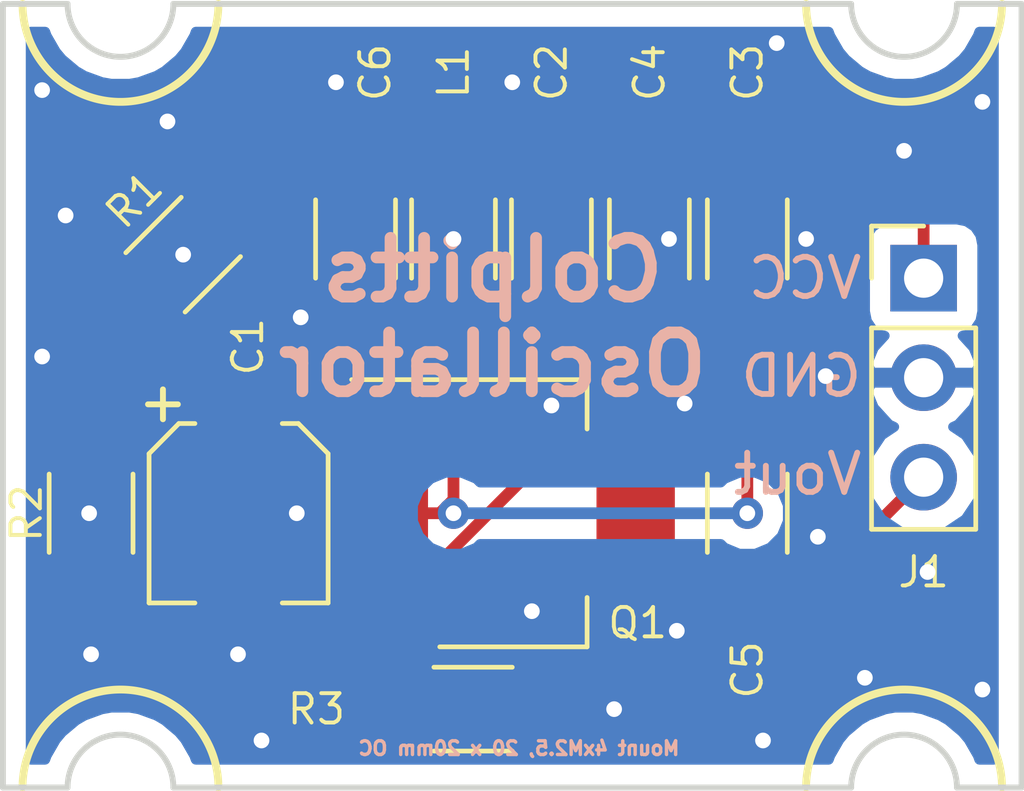
<source format=kicad_pcb>
(kicad_pcb (version 20171130) (host pcbnew "(5.0.0-3-g5ebb6b6)")

  (general
    (thickness 1.6)
    (drawings 22)
    (tracks 73)
    (zones 0)
    (modules 12)
    (nets 8)
  )

  (page A4)
  (layers
    (0 F.Cu signal)
    (31 B.Cu signal)
    (32 B.Adhes user)
    (33 F.Adhes user)
    (34 B.Paste user)
    (35 F.Paste user)
    (36 B.SilkS user)
    (37 F.SilkS user)
    (38 B.Mask user)
    (39 F.Mask user)
    (40 Dwgs.User user)
    (41 Cmts.User user)
    (42 Eco1.User user)
    (43 Eco2.User user)
    (44 Edge.Cuts user)
    (45 Margin user)
    (46 B.CrtYd user)
    (47 F.CrtYd user)
    (48 B.Fab user)
    (49 F.Fab user)
  )

  (setup
    (last_trace_width 0.3)
    (trace_clearance 0.3)
    (zone_clearance 0.508)
    (zone_45_only no)
    (trace_min 0.2)
    (segment_width 0.2)
    (edge_width 0.15)
    (via_size 0.8)
    (via_drill 0.4)
    (via_min_size 0.4)
    (via_min_drill 0.3)
    (uvia_size 0.3)
    (uvia_drill 0.1)
    (uvias_allowed no)
    (uvia_min_size 0.2)
    (uvia_min_drill 0.1)
    (pcb_text_width 0.3)
    (pcb_text_size 1.5 1.5)
    (mod_edge_width 0.15)
    (mod_text_size 1 1)
    (mod_text_width 0.15)
    (pad_size 1.524 1.524)
    (pad_drill 0.762)
    (pad_to_mask_clearance 0.2)
    (aux_axis_origin 0 0)
    (visible_elements FFFFFF7F)
    (pcbplotparams
      (layerselection 0x010fc_ffffffff)
      (usegerberextensions false)
      (usegerberattributes false)
      (usegerberadvancedattributes false)
      (creategerberjobfile false)
      (excludeedgelayer true)
      (linewidth 0.100000)
      (plotframeref false)
      (viasonmask false)
      (mode 1)
      (useauxorigin false)
      (hpglpennumber 1)
      (hpglpenspeed 20)
      (hpglpendiameter 15.000000)
      (psnegative false)
      (psa4output false)
      (plotreference true)
      (plotvalue true)
      (plotinvisibletext false)
      (padsonsilk false)
      (subtractmaskfromsilk false)
      (outputformat 4)
      (mirror false)
      (drillshape 0)
      (scaleselection 1)
      (outputdirectory "./"))
  )

  (net 0 "")
  (net 1 "Net-(C1-Pad2)")
  (net 2 "Net-(C1-Pad1)")
  (net 3 "Net-(C2-Pad1)")
  (net 4 "Net-(C2-Pad2)")
  (net 5 "Net-(C3-Pad1)")
  (net 6 "Net-(C4-Pad1)")
  (net 7 "Net-(C5-Pad1)")

  (net_class Default "This is the default net class."
    (clearance 0.3)
    (trace_width 0.3)
    (via_dia 0.8)
    (via_drill 0.4)
    (uvia_dia 0.3)
    (uvia_drill 0.1)
    (add_net "Net-(C1-Pad1)")
    (add_net "Net-(C1-Pad2)")
    (add_net "Net-(C2-Pad1)")
    (add_net "Net-(C2-Pad2)")
    (add_net "Net-(C3-Pad1)")
    (add_net "Net-(C4-Pad1)")
    (add_net "Net-(C5-Pad1)")
  )

  (module Resistors_SMD:R_1206_HandSoldering (layer F.Cu) (tedit 5B65ABB0) (tstamp 5B5FC824)
    (at 133.6 86.4 225)
    (descr "Resistor SMD 1206, hand soldering")
    (tags "resistor 1206")
    (path /5B2F965C)
    (attr smd)
    (fp_text reference R1 (at -0.106066 1.873833 225) (layer F.SilkS)
      (effects (font (size 0.75 0.75) (thickness 0.1)))
    )
    (fp_text value 15k (at 0 1.9 225) (layer F.Fab) hide
      (effects (font (size 1 1) (thickness 0.15)))
    )
    (fp_line (start 3.25 1.1) (end -3.25 1.1) (layer F.CrtYd) (width 0.05))
    (fp_line (start 3.25 1.1) (end 3.25 -1.11) (layer F.CrtYd) (width 0.05))
    (fp_line (start -3.25 -1.11) (end -3.25 1.1) (layer F.CrtYd) (width 0.05))
    (fp_line (start -3.25 -1.11) (end 3.25 -1.11) (layer F.CrtYd) (width 0.05))
    (fp_line (start -1 -1.07) (end 1 -1.07) (layer F.SilkS) (width 0.12))
    (fp_line (start 1 1.07) (end -1 1.07) (layer F.SilkS) (width 0.12))
    (fp_line (start -1.6 -0.8) (end 1.6 -0.8) (layer F.Fab) (width 0.1))
    (fp_line (start 1.6 -0.8) (end 1.6 0.8) (layer F.Fab) (width 0.1))
    (fp_line (start 1.6 0.8) (end -1.6 0.8) (layer F.Fab) (width 0.1))
    (fp_line (start -1.6 0.8) (end -1.6 -0.8) (layer F.Fab) (width 0.1))
    (fp_text user %R (at 0 0 225) (layer F.Fab) hide
      (effects (font (size 0.7 0.7) (thickness 0.105)))
    )
    (pad 2 smd rect (at 2.000001 0 225) (size 2 1.7) (layers F.Cu F.Paste F.Mask)
      (net 2 "Net-(C1-Pad1)"))
    (pad 1 smd rect (at -2.000001 0 225) (size 2 1.7) (layers F.Cu F.Paste F.Mask)
      (net 3 "Net-(C2-Pad1)"))
    (model ${KISYS3DMOD}/Resistors_SMD.3dshapes/R_1206.wrl
      (at (xyz 0 0 0))
      (scale (xyz 1 1 1))
      (rotate (xyz 0 0 0))
    )
  )

  (module Capacitors_SMD:C_1206_HandSoldering (layer F.Cu) (tedit 5B65AB9A) (tstamp 5B5FC7A2)
    (at 143 86 270)
    (descr "Capacitor SMD 1206, hand soldering")
    (tags "capacitor 1206")
    (path /5B554D81)
    (attr smd)
    (fp_text reference C2 (at -4.25 0 270) (layer F.SilkS)
      (effects (font (size 0.75 0.75) (thickness 0.1)))
    )
    (fp_text value 33nF (at 0 2 270) (layer F.Fab) hide
      (effects (font (size 1 1) (thickness 0.15)))
    )
    (fp_text user %R (at 0 -1.75 270) (layer F.Fab) hide
      (effects (font (size 1 1) (thickness 0.15)))
    )
    (fp_line (start -1.6 0.8) (end -1.6 -0.8) (layer F.Fab) (width 0.1))
    (fp_line (start 1.6 0.8) (end -1.6 0.8) (layer F.Fab) (width 0.1))
    (fp_line (start 1.6 -0.8) (end 1.6 0.8) (layer F.Fab) (width 0.1))
    (fp_line (start -1.6 -0.8) (end 1.6 -0.8) (layer F.Fab) (width 0.1))
    (fp_line (start 1 -1.02) (end -1 -1.02) (layer F.SilkS) (width 0.12))
    (fp_line (start -1 1.02) (end 1 1.02) (layer F.SilkS) (width 0.12))
    (fp_line (start -3.25 -1.05) (end 3.25 -1.05) (layer F.CrtYd) (width 0.05))
    (fp_line (start -3.25 -1.05) (end -3.25 1.05) (layer F.CrtYd) (width 0.05))
    (fp_line (start 3.25 1.05) (end 3.25 -1.05) (layer F.CrtYd) (width 0.05))
    (fp_line (start 3.25 1.05) (end -3.25 1.05) (layer F.CrtYd) (width 0.05))
    (pad 1 smd rect (at -2 0 270) (size 2 1.6) (layers F.Cu F.Paste F.Mask)
      (net 3 "Net-(C2-Pad1)"))
    (pad 2 smd rect (at 2 0 270) (size 2 1.6) (layers F.Cu F.Paste F.Mask)
      (net 4 "Net-(C2-Pad2)"))
    (model Capacitors_SMD.3dshapes/C_1206.wrl
      (at (xyz 0 0 0))
      (scale (xyz 1 1 1))
      (rotate (xyz 0 0 0))
    )
  )

  (module Resistors_SMD:R_1206_HandSoldering (layer F.Cu) (tedit 5B65AB6E) (tstamp 5B5FC846)
    (at 141 98)
    (descr "Resistor SMD 1206, hand soldering")
    (tags "resistor 1206")
    (path /5B3C9A95)
    (attr smd)
    (fp_text reference R3 (at -4 0) (layer F.SilkS)
      (effects (font (size 0.75 0.75) (thickness 0.1)))
    )
    (fp_text value 68 (at 0 1.9) (layer F.Fab) hide
      (effects (font (size 1 1) (thickness 0.15)))
    )
    (fp_line (start 3.25 1.1) (end -3.25 1.1) (layer F.CrtYd) (width 0.05))
    (fp_line (start 3.25 1.1) (end 3.25 -1.11) (layer F.CrtYd) (width 0.05))
    (fp_line (start -3.25 -1.11) (end -3.25 1.1) (layer F.CrtYd) (width 0.05))
    (fp_line (start -3.25 -1.11) (end 3.25 -1.11) (layer F.CrtYd) (width 0.05))
    (fp_line (start -1 -1.07) (end 1 -1.07) (layer F.SilkS) (width 0.12))
    (fp_line (start 1 1.07) (end -1 1.07) (layer F.SilkS) (width 0.12))
    (fp_line (start -1.6 -0.8) (end 1.6 -0.8) (layer F.Fab) (width 0.1))
    (fp_line (start 1.6 -0.8) (end 1.6 0.8) (layer F.Fab) (width 0.1))
    (fp_line (start 1.6 0.8) (end -1.6 0.8) (layer F.Fab) (width 0.1))
    (fp_line (start -1.6 0.8) (end -1.6 -0.8) (layer F.Fab) (width 0.1))
    (fp_text user %R (at 0 0) (layer F.Fab) hide
      (effects (font (size 0.7 0.7) (thickness 0.105)))
    )
    (pad 2 smd rect (at 2 0) (size 2 1.7) (layers F.Cu F.Paste F.Mask)
      (net 1 "Net-(C1-Pad2)"))
    (pad 1 smd rect (at -2 0) (size 2 1.7) (layers F.Cu F.Paste F.Mask)
      (net 6 "Net-(C4-Pad1)"))
    (model ${KISYS3DMOD}/Resistors_SMD.3dshapes/R_1206.wrl
      (at (xyz 0 0 0))
      (scale (xyz 1 1 1))
      (rotate (xyz 0 0 0))
    )
  )

  (module TO_SOT_Packages_SMD:SOT-223-3_TabPin2 (layer F.Cu) (tedit 5B5FD233) (tstamp 5B5FC813)
    (at 142 93)
    (descr "module CMS SOT223 4 pins")
    (tags "CMS SOT")
    (path /5B56010E)
    (attr smd)
    (fp_text reference Q1 (at 0 5) (layer F.SilkS) hide
      (effects (font (size 1 1) (thickness 0.15)))
    )
    (fp_text value 2N2222 (at 0 4.5) (layer F.Fab) hide
      (effects (font (size 1 1) (thickness 0.15)))
    )
    (fp_line (start 1.85 -3.35) (end 1.85 3.35) (layer F.Fab) (width 0.1))
    (fp_line (start -1.85 3.35) (end 1.85 3.35) (layer F.Fab) (width 0.1))
    (fp_line (start -4.1 -3.41) (end 1.91 -3.41) (layer F.SilkS) (width 0.12))
    (fp_line (start -0.85 -3.35) (end 1.85 -3.35) (layer F.Fab) (width 0.1))
    (fp_line (start -1.85 3.41) (end 1.91 3.41) (layer F.SilkS) (width 0.12))
    (fp_line (start -1.85 -2.35) (end -1.85 3.35) (layer F.Fab) (width 0.1))
    (fp_line (start -1.85 -2.35) (end -0.85 -3.35) (layer F.Fab) (width 0.1))
    (fp_line (start -4.4 -3.6) (end -4.4 3.6) (layer F.CrtYd) (width 0.05))
    (fp_line (start -4.4 3.6) (end 4.4 3.6) (layer F.CrtYd) (width 0.05))
    (fp_line (start 4.4 3.6) (end 4.4 -3.6) (layer F.CrtYd) (width 0.05))
    (fp_line (start 4.4 -3.6) (end -4.4 -3.6) (layer F.CrtYd) (width 0.05))
    (fp_line (start 1.91 -3.41) (end 1.91 -2.15) (layer F.SilkS) (width 0.12))
    (fp_line (start 1.91 3.41) (end 1.91 2.15) (layer F.SilkS) (width 0.12))
    (fp_text user %R (at 0 0 90) (layer F.Fab) hide
      (effects (font (size 0.8 0.8) (thickness 0.12)))
    )
    (pad 1 smd rect (at -3.15 -2.3) (size 2 1.5) (layers F.Cu F.Paste F.Mask)
      (net 2 "Net-(C1-Pad1)"))
    (pad 3 smd rect (at -3.15 2.3) (size 2 1.5) (layers F.Cu F.Paste F.Mask)
      (net 6 "Net-(C4-Pad1)"))
    (pad 2 smd rect (at -3.15 0) (size 2 1.5) (layers F.Cu F.Paste F.Mask)
      (net 5 "Net-(C3-Pad1)"))
    (pad 2 smd rect (at 3.15 0) (size 2 3.8) (layers F.Cu F.Paste F.Mask)
      (net 5 "Net-(C3-Pad1)"))
    (model ${KISYS3DMOD}/TO_SOT_Packages_SMD.3dshapes/SOT-223.wrl
      (at (xyz 0 0 0))
      (scale (xyz 1 1 1))
      (rotate (xyz 0 0 0))
    )
  )

  (module Resistors_SMD:R_1206_HandSoldering (layer F.Cu) (tedit 5B65AB81) (tstamp 5B5FC835)
    (at 131.25 93 270)
    (descr "Resistor SMD 1206, hand soldering")
    (tags "resistor 1206")
    (path /5B2F968F)
    (attr smd)
    (fp_text reference R2 (at 0 1.65 270) (layer F.SilkS)
      (effects (font (size 0.75 0.75) (thickness 0.1)))
    )
    (fp_text value 5.6k (at 0 1.9 270) (layer F.Fab) hide
      (effects (font (size 1 1) (thickness 0.15)))
    )
    (fp_text user %R (at 0 0 270) (layer F.Fab) hide
      (effects (font (size 0.7 0.7) (thickness 0.105)))
    )
    (fp_line (start -1.6 0.8) (end -1.6 -0.8) (layer F.Fab) (width 0.1))
    (fp_line (start 1.6 0.8) (end -1.6 0.8) (layer F.Fab) (width 0.1))
    (fp_line (start 1.6 -0.8) (end 1.6 0.8) (layer F.Fab) (width 0.1))
    (fp_line (start -1.6 -0.8) (end 1.6 -0.8) (layer F.Fab) (width 0.1))
    (fp_line (start 1 1.07) (end -1 1.07) (layer F.SilkS) (width 0.12))
    (fp_line (start -1 -1.07) (end 1 -1.07) (layer F.SilkS) (width 0.12))
    (fp_line (start -3.25 -1.11) (end 3.25 -1.11) (layer F.CrtYd) (width 0.05))
    (fp_line (start -3.25 -1.11) (end -3.25 1.1) (layer F.CrtYd) (width 0.05))
    (fp_line (start 3.25 1.1) (end 3.25 -1.11) (layer F.CrtYd) (width 0.05))
    (fp_line (start 3.25 1.1) (end -3.25 1.1) (layer F.CrtYd) (width 0.05))
    (pad 1 smd rect (at -2 0 270) (size 2 1.7) (layers F.Cu F.Paste F.Mask)
      (net 2 "Net-(C1-Pad1)"))
    (pad 2 smd rect (at 2 0 270) (size 2 1.7) (layers F.Cu F.Paste F.Mask)
      (net 1 "Net-(C1-Pad2)"))
    (model ${KISYS3DMOD}/Resistors_SMD.3dshapes/R_1206.wrl
      (at (xyz 0 0 0))
      (scale (xyz 1 1 1))
      (rotate (xyz 0 0 0))
    )
  )

  (module Capacitors_SMD:CP_Elec_4x4.5 (layer F.Cu) (tedit 5B65ABAA) (tstamp 5B5FC791)
    (at 135 93 270)
    (descr "SMT capacitor, aluminium electrolytic, 4x4.5")
    (path /5B4EEC3D)
    (attr smd)
    (fp_text reference C1 (at -4.25 -0.25 90) (layer F.SilkS)
      (effects (font (size 0.75 0.75) (thickness 0.1)))
    )
    (fp_text value 1uF (at 0 -3.45 90) (layer F.Fab) hide
      (effects (font (size 1 1) (thickness 0.15)))
    )
    (fp_line (start 3.35 2.37) (end -3.35 2.37) (layer F.CrtYd) (width 0.05))
    (fp_line (start 3.35 2.37) (end 3.35 -2.4) (layer F.CrtYd) (width 0.05))
    (fp_line (start -3.35 -2.4) (end -3.35 2.37) (layer F.CrtYd) (width 0.05))
    (fp_line (start -3.35 -2.4) (end 3.35 -2.4) (layer F.CrtYd) (width 0.05))
    (fp_line (start -1.52 2.27) (end -2.29 1.51) (layer F.SilkS) (width 0.12))
    (fp_line (start -1.52 2.27) (end 2.29 2.27) (layer F.SilkS) (width 0.12))
    (fp_line (start -1.52 -2.3) (end -2.29 -1.54) (layer F.SilkS) (width 0.12))
    (fp_line (start -1.52 -2.3) (end 2.29 -2.3) (layer F.SilkS) (width 0.12))
    (fp_line (start -2.29 -1.54) (end -2.29 -1.13) (layer F.SilkS) (width 0.12))
    (fp_line (start -2.29 1.51) (end -2.29 1.1) (layer F.SilkS) (width 0.12))
    (fp_line (start 2.29 2.27) (end 2.29 1.1) (layer F.SilkS) (width 0.12))
    (fp_line (start 2.29 -2.3) (end 2.29 -1.13) (layer F.SilkS) (width 0.12))
    (fp_line (start 2.13 -2.15) (end -1.46 -2.15) (layer F.Fab) (width 0.1))
    (fp_line (start -1.46 -2.15) (end -2.13 -1.47) (layer F.Fab) (width 0.1))
    (fp_line (start -2.13 -1.47) (end -2.13 1.45) (layer F.Fab) (width 0.1))
    (fp_line (start -2.13 1.45) (end -1.46 2.12) (layer F.Fab) (width 0.1))
    (fp_line (start -1.46 2.12) (end 2.13 2.12) (layer F.Fab) (width 0.1))
    (fp_line (start 2.13 2.12) (end 2.13 -2.15) (layer F.Fab) (width 0.1))
    (fp_text user %R (at 0 3.58 90) (layer F.Fab) hide
      (effects (font (size 1 1) (thickness 0.15)))
    )
    (fp_text user + (at -2.78 1.99 90) (layer F.SilkS)
      (effects (font (size 1 1) (thickness 0.15)))
    )
    (fp_text user + (at -1.24 -0.08 270) (layer F.Fab)
      (effects (font (size 1 1) (thickness 0.15)))
    )
    (fp_circle (center 0 0) (end 0.1 2.1) (layer F.Fab) (width 0.1))
    (pad 2 smd rect (at 1.8 0 90) (size 2.6 1.6) (layers F.Cu F.Paste F.Mask)
      (net 1 "Net-(C1-Pad2)"))
    (pad 1 smd rect (at -1.8 0 90) (size 2.6 1.6) (layers F.Cu F.Paste F.Mask)
      (net 2 "Net-(C1-Pad1)"))
    (model Capacitors_SMD.3dshapes/CP_Elec_4x4.5.wrl
      (at (xyz 0 0 0))
      (scale (xyz 1 1 1))
      (rotate (xyz 0 0 180))
    )
  )

  (module Capacitors_SMD:C_1206_HandSoldering (layer F.Cu) (tedit 5B65AB90) (tstamp 5B5FC7B3)
    (at 148 86 90)
    (descr "Capacitor SMD 1206, hand soldering")
    (tags "capacitor 1206")
    (path /5B2F9521)
    (attr smd)
    (fp_text reference C3 (at 4.25 0 90) (layer F.SilkS)
      (effects (font (size 0.75 0.75) (thickness 0.1)))
    )
    (fp_text value 33nF (at 0 2 90) (layer F.Fab) hide
      (effects (font (size 1 1) (thickness 0.15)))
    )
    (fp_line (start 3.25 1.05) (end -3.25 1.05) (layer F.CrtYd) (width 0.05))
    (fp_line (start 3.25 1.05) (end 3.25 -1.05) (layer F.CrtYd) (width 0.05))
    (fp_line (start -3.25 -1.05) (end -3.25 1.05) (layer F.CrtYd) (width 0.05))
    (fp_line (start -3.25 -1.05) (end 3.25 -1.05) (layer F.CrtYd) (width 0.05))
    (fp_line (start -1 1.02) (end 1 1.02) (layer F.SilkS) (width 0.12))
    (fp_line (start 1 -1.02) (end -1 -1.02) (layer F.SilkS) (width 0.12))
    (fp_line (start -1.6 -0.8) (end 1.6 -0.8) (layer F.Fab) (width 0.1))
    (fp_line (start 1.6 -0.8) (end 1.6 0.8) (layer F.Fab) (width 0.1))
    (fp_line (start 1.6 0.8) (end -1.6 0.8) (layer F.Fab) (width 0.1))
    (fp_line (start -1.6 0.8) (end -1.6 -0.8) (layer F.Fab) (width 0.1))
    (fp_text user %R (at 0 -1.75 90) (layer F.Fab) hide
      (effects (font (size 1 1) (thickness 0.15)))
    )
    (pad 2 smd rect (at 2 0 90) (size 2 1.6) (layers F.Cu F.Paste F.Mask)
      (net 4 "Net-(C2-Pad2)"))
    (pad 1 smd rect (at -2 0 90) (size 2 1.6) (layers F.Cu F.Paste F.Mask)
      (net 5 "Net-(C3-Pad1)"))
    (model Capacitors_SMD.3dshapes/C_1206.wrl
      (at (xyz 0 0 0))
      (scale (xyz 1 1 1))
      (rotate (xyz 0 0 0))
    )
  )

  (module Capacitors_SMD:C_1206_HandSoldering (layer F.Cu) (tedit 5B65AB95) (tstamp 5B5FC7C4)
    (at 145.5 86 90)
    (descr "Capacitor SMD 1206, hand soldering")
    (tags "capacitor 1206")
    (path /5B570ADE)
    (attr smd)
    (fp_text reference C4 (at 4.25 0 90) (layer F.SilkS)
      (effects (font (size 0.75 0.75) (thickness 0.1)))
    )
    (fp_text value 47nF (at 0 2 90) (layer F.Fab) hide
      (effects (font (size 1 1) (thickness 0.15)))
    )
    (fp_text user %R (at 0 -1.75 90) (layer F.Fab) hide
      (effects (font (size 1 1) (thickness 0.15)))
    )
    (fp_line (start -1.6 0.8) (end -1.6 -0.8) (layer F.Fab) (width 0.1))
    (fp_line (start 1.6 0.8) (end -1.6 0.8) (layer F.Fab) (width 0.1))
    (fp_line (start 1.6 -0.8) (end 1.6 0.8) (layer F.Fab) (width 0.1))
    (fp_line (start -1.6 -0.8) (end 1.6 -0.8) (layer F.Fab) (width 0.1))
    (fp_line (start 1 -1.02) (end -1 -1.02) (layer F.SilkS) (width 0.12))
    (fp_line (start -1 1.02) (end 1 1.02) (layer F.SilkS) (width 0.12))
    (fp_line (start -3.25 -1.05) (end 3.25 -1.05) (layer F.CrtYd) (width 0.05))
    (fp_line (start -3.25 -1.05) (end -3.25 1.05) (layer F.CrtYd) (width 0.05))
    (fp_line (start 3.25 1.05) (end 3.25 -1.05) (layer F.CrtYd) (width 0.05))
    (fp_line (start 3.25 1.05) (end -3.25 1.05) (layer F.CrtYd) (width 0.05))
    (pad 1 smd rect (at -2 0 90) (size 2 1.6) (layers F.Cu F.Paste F.Mask)
      (net 6 "Net-(C4-Pad1)"))
    (pad 2 smd rect (at 2 0 90) (size 2 1.6) (layers F.Cu F.Paste F.Mask)
      (net 4 "Net-(C2-Pad2)"))
    (model Capacitors_SMD.3dshapes/C_1206.wrl
      (at (xyz 0 0 0))
      (scale (xyz 1 1 1))
      (rotate (xyz 0 0 0))
    )
  )

  (module Capacitors_SMD:C_1206_HandSoldering (layer F.Cu) (tedit 5B65AB88) (tstamp 5B5FC7D5)
    (at 148 93 90)
    (descr "Capacitor SMD 1206, hand soldering")
    (tags "capacitor 1206")
    (path /5B5662C3)
    (attr smd)
    (fp_text reference C5 (at -4 0 90) (layer F.SilkS)
      (effects (font (size 0.75 0.75) (thickness 0.1)))
    )
    (fp_text value 0.1uF (at 0 2 90) (layer F.Fab) hide
      (effects (font (size 1 1) (thickness 0.15)))
    )
    (fp_line (start 3.25 1.05) (end -3.25 1.05) (layer F.CrtYd) (width 0.05))
    (fp_line (start 3.25 1.05) (end 3.25 -1.05) (layer F.CrtYd) (width 0.05))
    (fp_line (start -3.25 -1.05) (end -3.25 1.05) (layer F.CrtYd) (width 0.05))
    (fp_line (start -3.25 -1.05) (end 3.25 -1.05) (layer F.CrtYd) (width 0.05))
    (fp_line (start -1 1.02) (end 1 1.02) (layer F.SilkS) (width 0.12))
    (fp_line (start 1 -1.02) (end -1 -1.02) (layer F.SilkS) (width 0.12))
    (fp_line (start -1.6 -0.8) (end 1.6 -0.8) (layer F.Fab) (width 0.1))
    (fp_line (start 1.6 -0.8) (end 1.6 0.8) (layer F.Fab) (width 0.1))
    (fp_line (start 1.6 0.8) (end -1.6 0.8) (layer F.Fab) (width 0.1))
    (fp_line (start -1.6 0.8) (end -1.6 -0.8) (layer F.Fab) (width 0.1))
    (fp_text user %R (at 0 -1.75 90) (layer F.Fab) hide
      (effects (font (size 1 1) (thickness 0.15)))
    )
    (pad 2 smd rect (at 2 0 90) (size 2 1.6) (layers F.Cu F.Paste F.Mask)
      (net 5 "Net-(C3-Pad1)"))
    (pad 1 smd rect (at -2 0 90) (size 2 1.6) (layers F.Cu F.Paste F.Mask)
      (net 7 "Net-(C5-Pad1)"))
    (model Capacitors_SMD.3dshapes/C_1206.wrl
      (at (xyz 0 0 0))
      (scale (xyz 1 1 1))
      (rotate (xyz 0 0 0))
    )
  )

  (module Pin_Headers:Pin_Header_Straight_1x03_Pitch2.54mm (layer F.Cu) (tedit 5B65ABB8) (tstamp 5B5FC7EC)
    (at 152.5 87)
    (descr "Through hole straight pin header, 1x03, 2.54mm pitch, single row")
    (tags "Through hole pin header THT 1x03 2.54mm single row")
    (path /5B603DE0)
    (fp_text reference J1 (at 0 7.5) (layer F.SilkS)
      (effects (font (size 0.75 0.75) (thickness 0.1)))
    )
    (fp_text value Conn_01x03_Female (at 0 7.41) (layer F.Fab) hide
      (effects (font (size 1 1) (thickness 0.15)))
    )
    (fp_text user %R (at 0 2.54 90) (layer F.Fab)
      (effects (font (size 1 1) (thickness 0.15)))
    )
    (fp_line (start 1.8 -1.8) (end -1.8 -1.8) (layer F.CrtYd) (width 0.05))
    (fp_line (start 1.8 6.85) (end 1.8 -1.8) (layer F.CrtYd) (width 0.05))
    (fp_line (start -1.8 6.85) (end 1.8 6.85) (layer F.CrtYd) (width 0.05))
    (fp_line (start -1.8 -1.8) (end -1.8 6.85) (layer F.CrtYd) (width 0.05))
    (fp_line (start -1.33 -1.33) (end 0 -1.33) (layer F.SilkS) (width 0.12))
    (fp_line (start -1.33 0) (end -1.33 -1.33) (layer F.SilkS) (width 0.12))
    (fp_line (start -1.33 1.27) (end 1.33 1.27) (layer F.SilkS) (width 0.12))
    (fp_line (start 1.33 1.27) (end 1.33 6.41) (layer F.SilkS) (width 0.12))
    (fp_line (start -1.33 1.27) (end -1.33 6.41) (layer F.SilkS) (width 0.12))
    (fp_line (start -1.33 6.41) (end 1.33 6.41) (layer F.SilkS) (width 0.12))
    (fp_line (start -1.27 -0.635) (end -0.635 -1.27) (layer F.Fab) (width 0.1))
    (fp_line (start -1.27 6.35) (end -1.27 -0.635) (layer F.Fab) (width 0.1))
    (fp_line (start 1.27 6.35) (end -1.27 6.35) (layer F.Fab) (width 0.1))
    (fp_line (start 1.27 -1.27) (end 1.27 6.35) (layer F.Fab) (width 0.1))
    (fp_line (start -0.635 -1.27) (end 1.27 -1.27) (layer F.Fab) (width 0.1))
    (pad 3 thru_hole oval (at 0 5.08) (size 1.7 1.7) (drill 1) (layers *.Cu *.Mask)
      (net 7 "Net-(C5-Pad1)"))
    (pad 2 thru_hole oval (at 0 2.54) (size 1.7 1.7) (drill 1) (layers *.Cu *.Mask)
      (net 1 "Net-(C1-Pad2)"))
    (pad 1 thru_hole rect (at 0 0) (size 1.7 1.7) (drill 1) (layers *.Cu *.Mask)
      (net 3 "Net-(C2-Pad1)"))
    (model ${KISYS3DMOD}/Pin_Headers.3dshapes/Pin_Header_Straight_1x03_Pitch2.54mm.wrl
      (at (xyz 0 0 0))
      (scale (xyz 1 1 1))
      (rotate (xyz 0 0 0))
    )
  )

  (module Inductors_SMD:L_1206_HandSoldering (layer F.Cu) (tedit 5B65ABA0) (tstamp 5B5FC7FD)
    (at 140.5 86 90)
    (descr "Resistor SMD 1206, hand soldering")
    (tags "resistor 1206")
    (path /5B4EAF65)
    (attr smd)
    (fp_text reference L1 (at 4.25 0 90) (layer F.SilkS)
      (effects (font (size 0.75 0.75) (thickness 0.1)))
    )
    (fp_text value 3.3uH (at 0 2.3 90) (layer F.Fab) hide
      (effects (font (size 1 1) (thickness 0.15)))
    )
    (fp_line (start -1 -1.07) (end 1 -1.07) (layer F.SilkS) (width 0.12))
    (fp_line (start 1 1.07) (end -1 1.07) (layer F.SilkS) (width 0.12))
    (fp_line (start 3.3 -1.2) (end 3.3 1.2) (layer F.CrtYd) (width 0.05))
    (fp_line (start -3.3 -1.2) (end -3.3 1.2) (layer F.CrtYd) (width 0.05))
    (fp_line (start -3.3 1.2) (end 3.3 1.2) (layer F.CrtYd) (width 0.05))
    (fp_line (start -3.3 -1.2) (end 3.3 -1.2) (layer F.CrtYd) (width 0.05))
    (fp_line (start -1.6 -0.8) (end 1.6 -0.8) (layer F.Fab) (width 0.1))
    (fp_line (start 1.6 -0.8) (end 1.6 0.8) (layer F.Fab) (width 0.1))
    (fp_line (start 1.6 0.8) (end -1.6 0.8) (layer F.Fab) (width 0.1))
    (fp_line (start -1.6 0.8) (end -1.6 -0.8) (layer F.Fab) (width 0.1))
    (fp_text user %R (at 0 0 90) (layer F.Fab) hide
      (effects (font (size 0.5 0.5) (thickness 0.075)))
    )
    (pad 2 smd rect (at 2 0 90) (size 2 1.7) (layers F.Cu F.Paste F.Mask)
      (net 3 "Net-(C2-Pad1)"))
    (pad 1 smd rect (at -2 0 90) (size 2 1.7) (layers F.Cu F.Paste F.Mask)
      (net 5 "Net-(C3-Pad1)"))
    (model ${KISYS3DMOD}/Inductors_SMD.3dshapes/L_1206.wrl
      (at (xyz 0 0 0))
      (scale (xyz 1 1 1))
      (rotate (xyz 0 0 0))
    )
  )

  (module Capacitors_SMD:C_1206_HandSoldering (layer F.Cu) (tedit 5B65ABA5) (tstamp 5B5FD4D6)
    (at 138 86 270)
    (descr "Capacitor SMD 1206, hand soldering")
    (tags "capacitor 1206")
    (path /5B6069F4)
    (attr smd)
    (fp_text reference C6 (at -4.25 -0.5 270) (layer F.SilkS)
      (effects (font (size 0.75 0.75) (thickness 0.1)))
    )
    (fp_text value 0.1uF (at 0 2 270) (layer F.Fab) hide
      (effects (font (size 1 1) (thickness 0.15)))
    )
    (fp_line (start 3.25 1.05) (end -3.25 1.05) (layer F.CrtYd) (width 0.05))
    (fp_line (start 3.25 1.05) (end 3.25 -1.05) (layer F.CrtYd) (width 0.05))
    (fp_line (start -3.25 -1.05) (end -3.25 1.05) (layer F.CrtYd) (width 0.05))
    (fp_line (start -3.25 -1.05) (end 3.25 -1.05) (layer F.CrtYd) (width 0.05))
    (fp_line (start -1 1.02) (end 1 1.02) (layer F.SilkS) (width 0.12))
    (fp_line (start 1 -1.02) (end -1 -1.02) (layer F.SilkS) (width 0.12))
    (fp_line (start -1.6 -0.8) (end 1.6 -0.8) (layer F.Fab) (width 0.1))
    (fp_line (start 1.6 -0.8) (end 1.6 0.8) (layer F.Fab) (width 0.1))
    (fp_line (start 1.6 0.8) (end -1.6 0.8) (layer F.Fab) (width 0.1))
    (fp_line (start -1.6 0.8) (end -1.6 -0.8) (layer F.Fab) (width 0.1))
    (fp_text user %R (at 0 -1.75 270) (layer F.Fab) hide
      (effects (font (size 1 1) (thickness 0.15)))
    )
    (pad 2 smd rect (at 2 0 270) (size 2 1.6) (layers F.Cu F.Paste F.Mask)
      (net 1 "Net-(C1-Pad2)"))
    (pad 1 smd rect (at -2 0 270) (size 2 1.6) (layers F.Cu F.Paste F.Mask)
      (net 3 "Net-(C2-Pad1)"))
    (model Capacitors_SMD.3dshapes/C_1206.wrl
      (at (xyz 0 0 0))
      (scale (xyz 1 1 1))
      (rotate (xyz 0 0 0))
    )
  )

  (gr_text "Mount 4xM2.5, 20 x 20mm OC" (at 142.17 99) (layer B.SilkS)
    (effects (font (size 0.35 0.35) (thickness 0.0875)) (justify mirror))
  )
  (gr_text "Colpitts\nOscillator" (at 141.5 88) (layer B.SilkS)
    (effects (font (size 1.5 1.5) (thickness 0.3)) (justify mirror))
  )
  (gr_text Q1 (at 145.2 95.8) (layer F.SilkS)
    (effects (font (size 0.75 0.75) (thickness 0.1)))
  )
  (gr_text Vout (at 151 92) (layer B.SilkS)
    (effects (font (size 1 1) (thickness 0.15)) (justify left mirror))
  )
  (gr_text GND (at 151 89.5) (layer B.SilkS)
    (effects (font (size 1 1) (thickness 0.15)) (justify left mirror))
  )
  (gr_text VCC (at 151 87) (layer B.SilkS)
    (effects (font (size 1 1) (thickness 0.15)) (justify left mirror))
  )
  (gr_line (start 155 100) (end 153.35 100) (layer Edge.Cuts) (width 0.15))
  (gr_line (start 129 80) (end 130.65 80) (layer Edge.Cuts) (width 0.15))
  (gr_line (start 155 80) (end 153.35 80) (layer Edge.Cuts) (width 0.15))
  (gr_line (start 129 100) (end 130.65 100) (layer Edge.Cuts) (width 0.15))
  (gr_arc (start 152 100) (end 153.35 100) (angle -180) (layer Edge.Cuts) (width 0.15))
  (gr_arc (start 132 100) (end 133.35 100) (angle -180) (layer Edge.Cuts) (width 0.15))
  (gr_arc (start 132 80) (end 130.65 80) (angle -180) (layer Edge.Cuts) (width 0.15))
  (gr_arc (start 152 80) (end 150.65 80) (angle -180) (layer Edge.Cuts) (width 0.15))
  (gr_arc (start 152 100) (end 154.5 100) (angle -180) (layer F.SilkS) (width 0.2))
  (gr_arc (start 152 80) (end 149.5 80) (angle -180) (layer F.SilkS) (width 0.2))
  (gr_arc (start 132 100) (end 134.5 100) (angle -180) (layer F.SilkS) (width 0.2))
  (gr_arc (start 132 80) (end 129.5 80) (angle -180) (layer F.SilkS) (width 0.2))
  (gr_line (start 150.65 80) (end 133.35 80) (layer Edge.Cuts) (width 0.15))
  (gr_line (start 155 100) (end 155 80) (layer Edge.Cuts) (width 0.15))
  (gr_line (start 133.35 100) (end 150.65 100) (layer Edge.Cuts) (width 0.15))
  (gr_line (start 129 80) (end 129 100) (layer Edge.Cuts) (width 0.15))

  (via (at 131.2 93) (size 0.8) (drill 0.4) (layers F.Cu B.Cu) (net 1))
  (via (at 130.6 85.4) (size 0.8) (drill 0.4) (layers F.Cu B.Cu) (net 1))
  (via (at 151 97.2) (size 0.8) (drill 0.4) (layers F.Cu B.Cu) (net 1))
  (via (at 152 83.75) (size 0.8) (drill 0.4) (layers F.Cu B.Cu) (net 1))
  (via (at 136.5 93) (size 0.8) (drill 0.4) (layers F.Cu B.Cu) (net 1))
  (via (at 149.5 86) (size 0.8) (drill 0.4) (layers F.Cu B.Cu) (net 1))
  (via (at 150 89.5) (size 0.8) (drill 0.4) (layers F.Cu B.Cu) (net 1))
  (via (at 142.5 95.5) (size 0.8) (drill 0.4) (layers F.Cu B.Cu) (net 1))
  (via (at 152.6 94.5) (size 0.8) (drill 0.4) (layers F.Cu B.Cu) (net 1))
  (via (at 140.5 86) (size 0.8) (drill 0.4) (layers F.Cu B.Cu) (net 1))
  (via (at 146 86) (size 0.8) (drill 0.4) (layers F.Cu B.Cu) (net 1))
  (via (at 130 89) (size 0.8) (drill 0.4) (layers F.Cu B.Cu) (net 1))
  (via (at 144.6 98) (size 0.8) (drill 0.4) (layers F.Cu B.Cu) (net 1))
  (via (at 135 96.6) (size 0.8) (drill 0.4) (layers F.Cu B.Cu) (net 1))
  (via (at 131.25 96.6) (size 0.8) (drill 0.4) (layers F.Cu B.Cu) (net 1))
  (via (at 136.6 88) (size 0.8) (drill 0.4) (layers F.Cu B.Cu) (net 1))
  (via (at 142 82) (size 0.8) (drill 0.4) (layers F.Cu B.Cu) (net 1))
  (via (at 133.2 83) (size 0.8) (drill 0.4) (layers F.Cu B.Cu) (net 1))
  (via (at 154 82.5) (size 0.8) (drill 0.4) (layers F.Cu B.Cu) (net 1))
  (via (at 148.75 81) (size 0.8) (drill 0.4) (layers F.Cu B.Cu) (net 1))
  (via (at 154 97.5) (size 0.8) (drill 0.4) (layers F.Cu B.Cu) (net 1))
  (via (at 133.6 86.4) (size 0.8) (drill 0.4) (layers F.Cu B.Cu) (net 1))
  (via (at 137.5 82) (size 0.8) (drill 0.4) (layers F.Cu B.Cu) (net 1))
  (via (at 143 90.25) (size 0.8) (drill 0.4) (layers F.Cu B.Cu) (net 1))
  (segment (start 135 94.8) (end 135 96.6) (width 0.3) (layer F.Cu) (net 1))
  (segment (start 131.25 95) (end 131.25 96.6) (width 0.3) (layer F.Cu) (net 1))
  (segment (start 143 98) (end 144.6 98) (width 0.3) (layer F.Cu) (net 1))
  (segment (start 138 88) (end 136.6 88) (width 0.3) (layer F.Cu) (net 1))
  (via (at 135.6 98.8) (size 0.8) (drill 0.4) (layers F.Cu B.Cu) (net 1))
  (via (at 130 82.2) (size 0.8) (drill 0.4) (layers F.Cu B.Cu) (net 1))
  (via (at 146.4 90.2) (size 0.8) (drill 0.4) (layers F.Cu B.Cu) (net 1))
  (via (at 146.2 96) (size 0.8) (drill 0.4) (layers F.Cu B.Cu) (net 1))
  (via (at 148.4 98.8) (size 0.8) (drill 0.4) (layers F.Cu B.Cu) (net 1))
  (via (at 149.8 93.6) (size 0.8) (drill 0.4) (layers F.Cu B.Cu) (net 1))
  (segment (start 134.8 91) (end 135 91.2) (width 0.3) (layer F.Cu) (net 2))
  (segment (start 131 91) (end 134.8 91) (width 0.3) (layer F.Cu) (net 2))
  (segment (start 135.5 90.7) (end 135 91.2) (width 0.3) (layer F.Cu) (net 2))
  (segment (start 138.85 90.7) (end 135.5 90.7) (width 0.3) (layer F.Cu) (net 2))
  (segment (start 131.25 88.75) (end 132.185786 87.814214) (width 0.3) (layer F.Cu) (net 2))
  (segment (start 131.25 91) (end 131.25 88.75) (width 0.3) (layer F.Cu) (net 2))
  (segment (start 143 84) (end 140.5 84) (width 0.3) (layer F.Cu) (net 3))
  (segment (start 140.5 84) (end 138 84) (width 0.3) (layer F.Cu) (net 3))
  (segment (start 143 82.7) (end 143.7 82) (width 0.3) (layer F.Cu) (net 3))
  (segment (start 143 84) (end 143 82.7) (width 0.3) (layer F.Cu) (net 3))
  (segment (start 143.7 82) (end 149 82) (width 0.3) (layer F.Cu) (net 3))
  (segment (start 152.5 85.5) (end 152.5 87) (width 0.3) (layer F.Cu) (net 3))
  (segment (start 149 82) (end 152.5 85.5) (width 0.3) (layer F.Cu) (net 3))
  (segment (start 136 84) (end 135.014214 84.985786) (width 0.3) (layer F.Cu) (net 3))
  (segment (start 138 84) (end 136 84) (width 0.3) (layer F.Cu) (net 3))
  (segment (start 143 86.7) (end 143 88) (width 0.3) (layer F.Cu) (net 4))
  (segment (start 143.7 86) (end 143 86.7) (width 0.3) (layer F.Cu) (net 4))
  (segment (start 144.8 86) (end 143.7 86) (width 0.3) (layer F.Cu) (net 4))
  (segment (start 145.5 85.3) (end 144.8 86) (width 0.3) (layer F.Cu) (net 4))
  (segment (start 145.5 84) (end 145.5 85.3) (width 0.3) (layer F.Cu) (net 4))
  (segment (start 145.5 84) (end 148 84) (width 0.3) (layer F.Cu) (net 4))
  (via (at 140.5 93) (size 0.8) (drill 0.4) (layers F.Cu B.Cu) (net 5))
  (via (at 148 93) (size 0.8) (drill 0.4) (layers F.Cu B.Cu) (net 5))
  (segment (start 148 88) (end 148 91) (width 0.3) (layer F.Cu) (net 5))
  (segment (start 148 91) (end 148 91.45) (width 0.3) (layer F.Cu) (net 5))
  (segment (start 140.15 93) (end 138.85 93) (width 0.3) (layer F.Cu) (net 5))
  (segment (start 140.5 92.65) (end 140.15 93) (width 0.3) (layer F.Cu) (net 5))
  (segment (start 140.5 88) (end 140.5 92.65) (width 0.3) (layer F.Cu) (net 5))
  (segment (start 148 91) (end 148 93) (width 0.3) (layer F.Cu) (net 5))
  (segment (start 148 93) (end 140.5 93) (width 0.3) (layer B.Cu) (net 5))
  (segment (start 138.85 97.95) (end 138.9 98) (width 0.3) (layer F.Cu) (net 6))
  (segment (start 138.85 95.3) (end 138.85 97.95) (width 0.3) (layer F.Cu) (net 6))
  (segment (start 145.5 88.2) (end 145.5 88) (width 0.3) (layer F.Cu) (net 6))
  (segment (start 139.1 95.3) (end 144.4 90) (width 0.3) (layer F.Cu) (net 6))
  (segment (start 144.4 89.3) (end 145.5 88.2) (width 0.3) (layer F.Cu) (net 6))
  (segment (start 144.4 90) (end 144.4 89.3) (width 0.3) (layer F.Cu) (net 6))
  (segment (start 138.85 95.3) (end 139.1 95.3) (width 0.3) (layer F.Cu) (net 6))
  (segment (start 149.58 95) (end 148 95) (width 0.3) (layer F.Cu) (net 7))
  (segment (start 152.5 92.08) (end 149.58 95) (width 0.3) (layer F.Cu) (net 7))

  (zone (net 1) (net_name "Net-(C1-Pad2)") (layer B.Cu) (tstamp 0) (hatch edge 0.508)
    (connect_pads (clearance 0.508))
    (min_thickness 0.254)
    (fill yes (arc_segments 16) (thermal_gap 0.508) (thermal_bridge_width 0.508))
    (polygon
      (pts
        (xy 154.6 80.4) (xy 154.6 99.6) (xy 129.4 99.6) (xy 129.4 80.4)
      )
    )
    (filled_polygon
      (pts
        (xy 130.116537 80.816727) (xy 130.350962 81.222763) (xy 130.509461 81.411655) (xy 130.868621 81.713026) (xy 131.082165 81.836316)
        (xy 131.082167 81.836316) (xy 131.522741 81.996672) (xy 131.765575 82.03949) (xy 132.234425 82.03949) (xy 132.477259 81.996672)
        (xy 132.917833 81.836316) (xy 132.917835 81.836316) (xy 133.131379 81.713026) (xy 133.490539 81.411655) (xy 133.649038 81.222763)
        (xy 133.883463 80.816727) (xy 133.922309 80.71) (xy 150.077691 80.71) (xy 150.116537 80.816727) (xy 150.350962 81.222763)
        (xy 150.509461 81.411655) (xy 150.868621 81.713026) (xy 151.082165 81.836316) (xy 151.082167 81.836316) (xy 151.522741 81.996672)
        (xy 151.765575 82.03949) (xy 152.234425 82.03949) (xy 152.477259 81.996672) (xy 152.917833 81.836316) (xy 152.917835 81.836316)
        (xy 153.131379 81.713026) (xy 153.490539 81.411655) (xy 153.649038 81.222763) (xy 153.883463 80.816727) (xy 153.922309 80.71)
        (xy 154.290001 80.71) (xy 154.29 99.29) (xy 153.922309 99.29) (xy 153.883463 99.183273) (xy 153.649038 98.777237)
        (xy 153.49054 98.588346) (xy 153.490539 98.588345) (xy 153.131379 98.286974) (xy 152.917835 98.163684) (xy 152.917833 98.163684)
        (xy 152.477259 98.003328) (xy 152.234425 97.96051) (xy 151.765575 97.96051) (xy 151.522741 98.003328) (xy 151.082167 98.163684)
        (xy 151.082165 98.163684) (xy 150.868621 98.286974) (xy 150.509461 98.588345) (xy 150.50946 98.588346) (xy 150.350962 98.777237)
        (xy 150.116537 99.183273) (xy 150.077691 99.29) (xy 133.922309 99.29) (xy 133.883463 99.183273) (xy 133.649038 98.777237)
        (xy 133.49054 98.588346) (xy 133.490539 98.588345) (xy 133.131379 98.286974) (xy 132.917835 98.163684) (xy 132.917833 98.163684)
        (xy 132.477259 98.003328) (xy 132.234425 97.96051) (xy 131.765575 97.96051) (xy 131.522741 98.003328) (xy 131.082167 98.163684)
        (xy 131.082165 98.163684) (xy 130.868621 98.286974) (xy 130.509461 98.588345) (xy 130.50946 98.588346) (xy 130.350962 98.777237)
        (xy 130.116537 99.183273) (xy 130.077691 99.29) (xy 129.71 99.29) (xy 129.71 92.794126) (xy 139.465 92.794126)
        (xy 139.465 93.205874) (xy 139.622569 93.58628) (xy 139.91372 93.877431) (xy 140.294126 94.035) (xy 140.705874 94.035)
        (xy 141.08628 93.877431) (xy 141.178711 93.785) (xy 147.321289 93.785) (xy 147.41372 93.877431) (xy 147.794126 94.035)
        (xy 148.205874 94.035) (xy 148.58628 93.877431) (xy 148.877431 93.58628) (xy 149.035 93.205874) (xy 149.035 92.794126)
        (xy 148.877431 92.41372) (xy 148.58628 92.122569) (xy 148.48351 92.08) (xy 150.985908 92.08) (xy 151.101161 92.659418)
        (xy 151.429375 93.150625) (xy 151.920582 93.478839) (xy 152.353744 93.565) (xy 152.646256 93.565) (xy 153.079418 93.478839)
        (xy 153.570625 93.150625) (xy 153.898839 92.659418) (xy 154.014092 92.08) (xy 153.898839 91.500582) (xy 153.570625 91.009375)
        (xy 153.251522 90.796157) (xy 153.381358 90.735183) (xy 153.771645 90.306924) (xy 153.941476 89.89689) (xy 153.820155 89.667)
        (xy 152.627 89.667) (xy 152.627 89.687) (xy 152.373 89.687) (xy 152.373 89.667) (xy 151.179845 89.667)
        (xy 151.058524 89.89689) (xy 151.228355 90.306924) (xy 151.618642 90.735183) (xy 151.748478 90.796157) (xy 151.429375 91.009375)
        (xy 151.101161 91.500582) (xy 150.985908 92.08) (xy 148.48351 92.08) (xy 148.205874 91.965) (xy 147.794126 91.965)
        (xy 147.41372 92.122569) (xy 147.321289 92.215) (xy 141.178711 92.215) (xy 141.08628 92.122569) (xy 140.705874 91.965)
        (xy 140.294126 91.965) (xy 139.91372 92.122569) (xy 139.622569 92.41372) (xy 139.465 92.794126) (xy 129.71 92.794126)
        (xy 129.71 86.15) (xy 151.00256 86.15) (xy 151.00256 87.85) (xy 151.051843 88.097765) (xy 151.192191 88.307809)
        (xy 151.402235 88.448157) (xy 151.505708 88.468739) (xy 151.228355 88.773076) (xy 151.058524 89.18311) (xy 151.179845 89.413)
        (xy 152.373 89.413) (xy 152.373 89.393) (xy 152.627 89.393) (xy 152.627 89.413) (xy 153.820155 89.413)
        (xy 153.941476 89.18311) (xy 153.771645 88.773076) (xy 153.494292 88.468739) (xy 153.597765 88.448157) (xy 153.807809 88.307809)
        (xy 153.948157 88.097765) (xy 153.99744 87.85) (xy 153.99744 86.15) (xy 153.948157 85.902235) (xy 153.807809 85.692191)
        (xy 153.597765 85.551843) (xy 153.35 85.50256) (xy 151.65 85.50256) (xy 151.402235 85.551843) (xy 151.192191 85.692191)
        (xy 151.051843 85.902235) (xy 151.00256 86.15) (xy 129.71 86.15) (xy 129.71 80.71) (xy 130.077691 80.71)
      )
    )
  )
)

</source>
